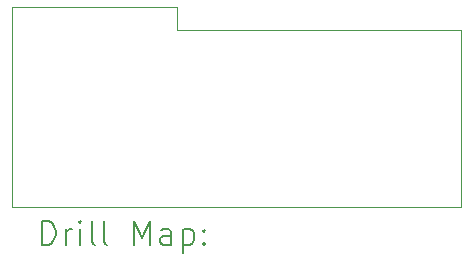
<source format=gbr>
%TF.GenerationSoftware,KiCad,Pcbnew,7.0.9-1.fc39*%
%TF.CreationDate,2023-12-29T10:11:49-08:00*%
%TF.ProjectId,M0116,4d303131-362e-46b6-9963-61645f706362,rev?*%
%TF.SameCoordinates,Original*%
%TF.FileFunction,Drillmap*%
%TF.FilePolarity,Positive*%
%FSLAX45Y45*%
G04 Gerber Fmt 4.5, Leading zero omitted, Abs format (unit mm)*
G04 Created by KiCad (PCBNEW 7.0.9-1.fc39) date 2023-12-29 10:11:49*
%MOMM*%
%LPD*%
G01*
G04 APERTURE LIST*
%ADD10C,0.100000*%
%ADD11C,0.200000*%
G04 APERTURE END LIST*
D10*
X10000000Y-11700000D02*
X13800000Y-11700000D01*
X13800000Y-11700000D02*
X13800000Y-10200000D01*
X11400000Y-10000000D02*
X10000000Y-10000000D01*
X10000000Y-10000000D02*
X10000000Y-11700000D01*
X13800000Y-10200000D02*
X11400000Y-10200000D01*
X11400000Y-10200000D02*
X11400000Y-10000000D01*
D11*
X10255777Y-12016484D02*
X10255777Y-11816484D01*
X10255777Y-11816484D02*
X10303396Y-11816484D01*
X10303396Y-11816484D02*
X10331967Y-11826008D01*
X10331967Y-11826008D02*
X10351015Y-11845055D01*
X10351015Y-11845055D02*
X10360539Y-11864103D01*
X10360539Y-11864103D02*
X10370063Y-11902198D01*
X10370063Y-11902198D02*
X10370063Y-11930769D01*
X10370063Y-11930769D02*
X10360539Y-11968865D01*
X10360539Y-11968865D02*
X10351015Y-11987912D01*
X10351015Y-11987912D02*
X10331967Y-12006960D01*
X10331967Y-12006960D02*
X10303396Y-12016484D01*
X10303396Y-12016484D02*
X10255777Y-12016484D01*
X10455777Y-12016484D02*
X10455777Y-11883150D01*
X10455777Y-11921246D02*
X10465301Y-11902198D01*
X10465301Y-11902198D02*
X10474824Y-11892674D01*
X10474824Y-11892674D02*
X10493872Y-11883150D01*
X10493872Y-11883150D02*
X10512920Y-11883150D01*
X10579586Y-12016484D02*
X10579586Y-11883150D01*
X10579586Y-11816484D02*
X10570063Y-11826008D01*
X10570063Y-11826008D02*
X10579586Y-11835531D01*
X10579586Y-11835531D02*
X10589110Y-11826008D01*
X10589110Y-11826008D02*
X10579586Y-11816484D01*
X10579586Y-11816484D02*
X10579586Y-11835531D01*
X10703396Y-12016484D02*
X10684348Y-12006960D01*
X10684348Y-12006960D02*
X10674824Y-11987912D01*
X10674824Y-11987912D02*
X10674824Y-11816484D01*
X10808158Y-12016484D02*
X10789110Y-12006960D01*
X10789110Y-12006960D02*
X10779586Y-11987912D01*
X10779586Y-11987912D02*
X10779586Y-11816484D01*
X11036729Y-12016484D02*
X11036729Y-11816484D01*
X11036729Y-11816484D02*
X11103396Y-11959341D01*
X11103396Y-11959341D02*
X11170063Y-11816484D01*
X11170063Y-11816484D02*
X11170063Y-12016484D01*
X11351015Y-12016484D02*
X11351015Y-11911722D01*
X11351015Y-11911722D02*
X11341491Y-11892674D01*
X11341491Y-11892674D02*
X11322443Y-11883150D01*
X11322443Y-11883150D02*
X11284348Y-11883150D01*
X11284348Y-11883150D02*
X11265301Y-11892674D01*
X11351015Y-12006960D02*
X11331967Y-12016484D01*
X11331967Y-12016484D02*
X11284348Y-12016484D01*
X11284348Y-12016484D02*
X11265301Y-12006960D01*
X11265301Y-12006960D02*
X11255777Y-11987912D01*
X11255777Y-11987912D02*
X11255777Y-11968865D01*
X11255777Y-11968865D02*
X11265301Y-11949817D01*
X11265301Y-11949817D02*
X11284348Y-11940293D01*
X11284348Y-11940293D02*
X11331967Y-11940293D01*
X11331967Y-11940293D02*
X11351015Y-11930769D01*
X11446253Y-11883150D02*
X11446253Y-12083150D01*
X11446253Y-11892674D02*
X11465301Y-11883150D01*
X11465301Y-11883150D02*
X11503396Y-11883150D01*
X11503396Y-11883150D02*
X11522443Y-11892674D01*
X11522443Y-11892674D02*
X11531967Y-11902198D01*
X11531967Y-11902198D02*
X11541491Y-11921246D01*
X11541491Y-11921246D02*
X11541491Y-11978388D01*
X11541491Y-11978388D02*
X11531967Y-11997436D01*
X11531967Y-11997436D02*
X11522443Y-12006960D01*
X11522443Y-12006960D02*
X11503396Y-12016484D01*
X11503396Y-12016484D02*
X11465301Y-12016484D01*
X11465301Y-12016484D02*
X11446253Y-12006960D01*
X11627205Y-11997436D02*
X11636729Y-12006960D01*
X11636729Y-12006960D02*
X11627205Y-12016484D01*
X11627205Y-12016484D02*
X11617682Y-12006960D01*
X11617682Y-12006960D02*
X11627205Y-11997436D01*
X11627205Y-11997436D02*
X11627205Y-12016484D01*
X11627205Y-11892674D02*
X11636729Y-11902198D01*
X11636729Y-11902198D02*
X11627205Y-11911722D01*
X11627205Y-11911722D02*
X11617682Y-11902198D01*
X11617682Y-11902198D02*
X11627205Y-11892674D01*
X11627205Y-11892674D02*
X11627205Y-11911722D01*
M02*

</source>
